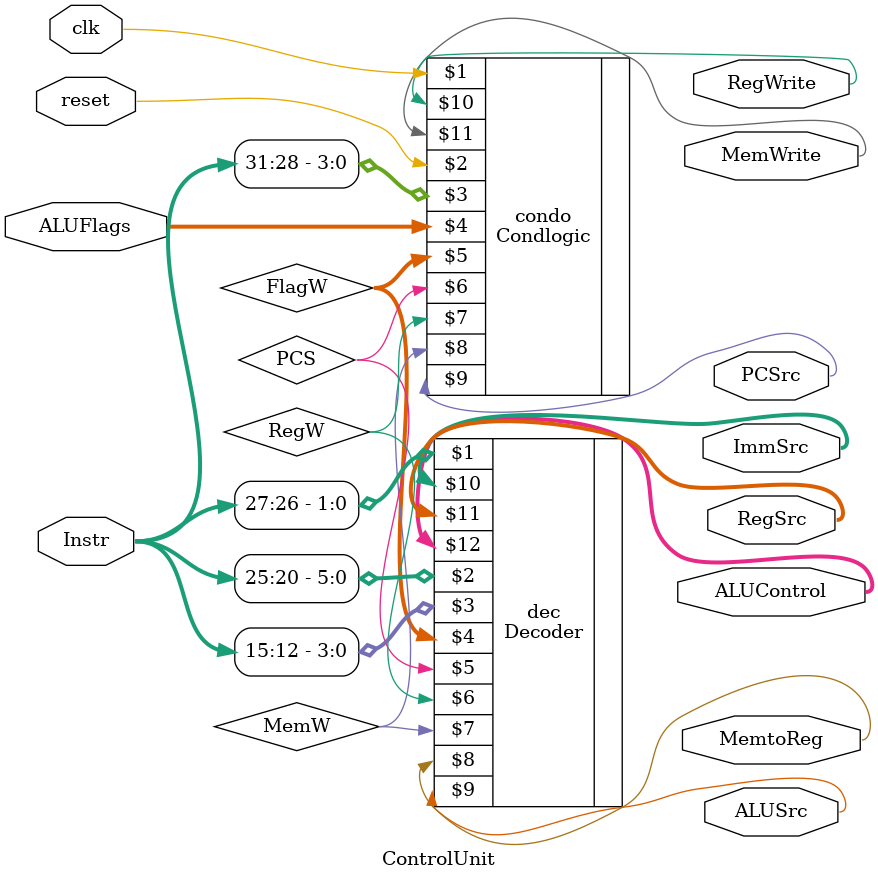
<source format=sv>
module ControlUnit (input logic clk, reset,
						  input logic [31:12] Instr,
						  input logic [3:0] ALUFlags,
						  output logic [1:0] RegSrc,
						  output logic RegWrite,
						  output logic [1:0] ImmSrc,
						  output logic ALUSrc,
						  output logic [1:0] ALUControl,
						  output logic MemWrite,MemtoReg,
						  output logic PCSrc	
						  );

	logic [1:0] FlagW;
	logic PCS, RegW, MemW;
	
//module Decoder (input logic [3:0] Rd,
//					 input logic [1:0] Op,
//					 input logic [5:0] Funct,
//					 output logic PCS,
//					 output logic RegW,
//					 output logic MemW,
//					 output logic [1:0] ALUControl,
//					 output logic [1:0] FlagW,
//					 output logic [1:0] ImmSrc,
//					 output logic [1:0] RegSrc,
//					 output logic MemtoReg, ALUSrc);

//module decoder(input logic [1:0] Op,
//	input logic [5:0] Funct,
//	input logic [3:0] Rd,
//	output logic [1:0] FlagW,
//	output logic PCS, RegW, MemW,
//	output logic MemtoReg, ALUSrc,
//	output logic [1:0] ImmSrc, RegSrc, ALUControl);
	Decoder dec(Instr[27:26], Instr[25:20], Instr[15:12], FlagW, PCS, RegW, MemW,MemtoReg,ALUSrc , ImmSrc, RegSrc, ALUControl);

	
//module Condlogic(input logic clk, reset,
//					  input logic [3:0] Cond,
//					  input logic [3:0] ALUFlags,
//					  input logic [1:0] FlagW,
//					  input logic PCS,
//					  input logic RegW,
//					  input logic MemW,
//					  output logic PCSrc, 
//					  output logic RegWrite, 
//					  output logic MemWrite);	

//module condlogic(input logic clk, reset,
//	input logic [3:0] Cond,
//	input logic [3:0] ALUFlags,
//	input logic [1:0] FlagW,
//	input logic PCS, RegW, MemW,
//	output logic PCSrc, RegWrite, MemWrite);

Condlogic condo(clk, reset, Instr[31:28], ALUFlags, FlagW, PCS, RegW, MemW, PCSrc, RegWrite, MemWrite);		  

endmodule

</source>
